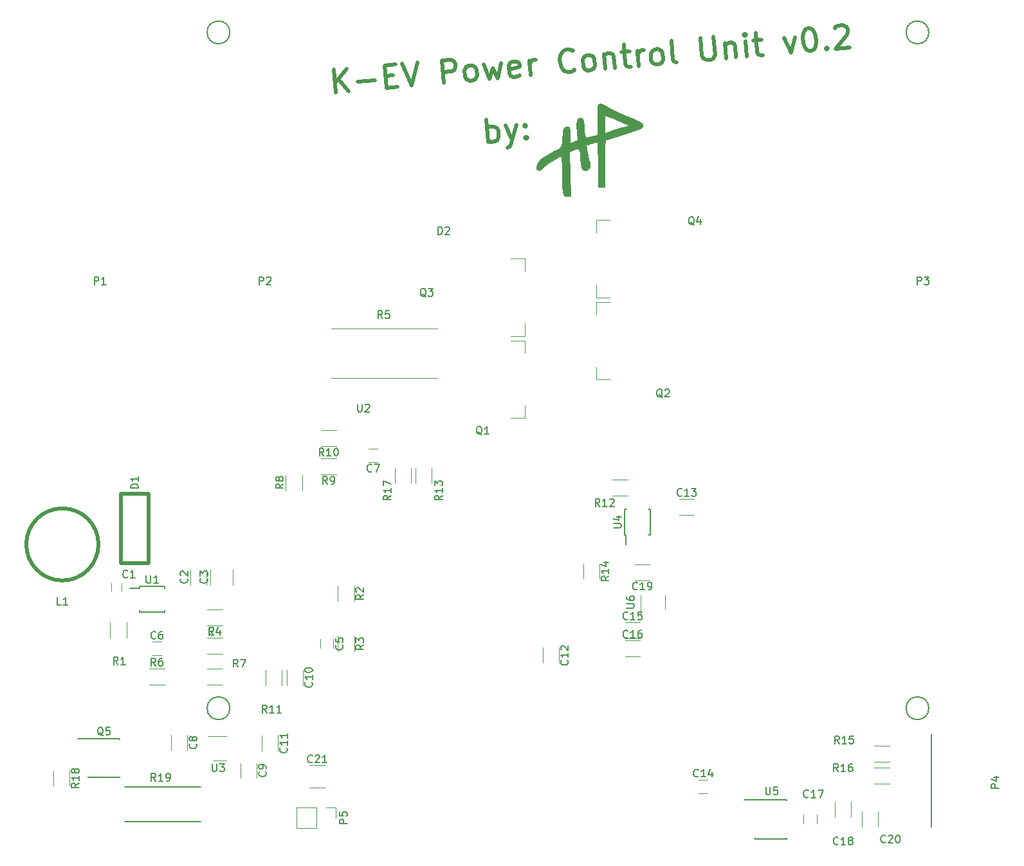
<source format=gto>
G04 #@! TF.FileFunction,Legend,Top*
%FSLAX46Y46*%
G04 Gerber Fmt 4.6, Leading zero omitted, Abs format (unit mm)*
G04 Created by KiCad (PCBNEW 4.0.4-stable) date 05/13/17 14:37:42*
%MOMM*%
%LPD*%
G01*
G04 APERTURE LIST*
%ADD10C,0.100000*%
%ADD11C,0.500000*%
%ADD12C,0.200000*%
%ADD13C,0.010000*%
%ADD14C,0.150000*%
%ADD15C,0.120000*%
G04 APERTURE END LIST*
D10*
D11*
X139762797Y-39603868D02*
X139501330Y-36615284D01*
X139600936Y-37753792D02*
X139873112Y-37586577D01*
X140442367Y-37536774D01*
X140739444Y-37654185D01*
X140894209Y-37784048D01*
X141061424Y-38056224D01*
X141136129Y-38910105D01*
X141018717Y-39207184D01*
X140888854Y-39361948D01*
X140616678Y-39529163D01*
X140047424Y-39578966D01*
X139750346Y-39461555D01*
X142007815Y-37399815D02*
X142893695Y-39329950D01*
X143430951Y-37275306D02*
X142893695Y-39329950D01*
X142671322Y-40066419D01*
X142541459Y-40221184D01*
X142269282Y-40388399D01*
X144718869Y-38883462D02*
X144873633Y-39013325D01*
X144743771Y-39168089D01*
X144589006Y-39038227D01*
X144718869Y-38883462D01*
X144743771Y-39168089D01*
X144581910Y-37318013D02*
X144736674Y-37447876D01*
X144606811Y-37602640D01*
X144452047Y-37472777D01*
X144581910Y-37318013D01*
X144606811Y-37602640D01*
X119700976Y-33065823D02*
X119439509Y-30077239D01*
X121408738Y-32916413D02*
X119978507Y-31320708D01*
X121147271Y-29927829D02*
X119588919Y-31785002D01*
X122589954Y-31665848D02*
X124866970Y-31466635D01*
X126252754Y-30915185D02*
X127248948Y-30828030D01*
X127812847Y-32356126D02*
X126389713Y-32480635D01*
X126128245Y-29492050D01*
X127551380Y-29367542D01*
X128405262Y-29292837D02*
X129662923Y-32194266D01*
X130397651Y-29118526D01*
X133932330Y-31820741D02*
X133670863Y-28832157D01*
X134809371Y-28732550D01*
X135106448Y-28849962D01*
X135261213Y-28979825D01*
X135428428Y-29252001D01*
X135465780Y-29678942D01*
X135348368Y-29976019D01*
X135218506Y-30130784D01*
X134946330Y-30297999D01*
X133807822Y-30397605D01*
X137347854Y-31521921D02*
X137050777Y-31404510D01*
X136896012Y-31274647D01*
X136728797Y-31002470D01*
X136654092Y-30148589D01*
X136771504Y-29851511D01*
X136901367Y-29696747D01*
X137173543Y-29529532D01*
X137600484Y-29492179D01*
X137897561Y-29609591D01*
X138052326Y-29739454D01*
X138219541Y-30011630D01*
X138294246Y-30865511D01*
X138176834Y-31162590D01*
X138046971Y-31317354D01*
X137774795Y-31484569D01*
X137347854Y-31521921D01*
X139165932Y-29355220D02*
X139909498Y-31297807D01*
X140354244Y-29824867D01*
X141048006Y-31198200D01*
X141442949Y-29156007D01*
X143881826Y-30806870D02*
X143609650Y-30974085D01*
X143040396Y-31023889D01*
X142743318Y-30906477D01*
X142576103Y-30634300D01*
X142476496Y-29495792D01*
X142593908Y-29198714D01*
X142866084Y-29031499D01*
X143435339Y-28981696D01*
X143732416Y-29099108D01*
X143899631Y-29371284D01*
X143924533Y-29655911D01*
X142526300Y-30065046D01*
X145317413Y-30824675D02*
X145143101Y-28832286D01*
X145192905Y-29401539D02*
X145310316Y-29104462D01*
X145440179Y-28949698D01*
X145712355Y-28782483D01*
X145996983Y-28757581D01*
X151127365Y-30029565D02*
X150997502Y-30184329D01*
X150583013Y-30363995D01*
X150298386Y-30388897D01*
X149858994Y-30283936D01*
X149549466Y-30024210D01*
X149382251Y-29752034D01*
X149190134Y-29195231D01*
X149152782Y-28768290D01*
X149245292Y-28186585D01*
X149362704Y-27889507D01*
X149622429Y-27579978D01*
X150036919Y-27400313D01*
X150321546Y-27375411D01*
X150760937Y-27480372D01*
X150915701Y-27610234D01*
X152860029Y-30164782D02*
X152562952Y-30047370D01*
X152408187Y-29917508D01*
X152240972Y-29645331D01*
X152166267Y-28791449D01*
X152283679Y-28494372D01*
X152413542Y-28339607D01*
X152685718Y-28172392D01*
X153112659Y-28135040D01*
X153409737Y-28252452D01*
X153564501Y-28382314D01*
X153731716Y-28654490D01*
X153806421Y-29508372D01*
X153689009Y-29805450D01*
X153559146Y-29960214D01*
X153286970Y-30127429D01*
X152860029Y-30164782D01*
X154962735Y-27973179D02*
X155137046Y-29965569D01*
X154987637Y-28257806D02*
X155117499Y-28103042D01*
X155389675Y-27935827D01*
X155816616Y-27898474D01*
X156113694Y-28015886D01*
X156280909Y-28288062D01*
X156417868Y-29853511D01*
X157239751Y-27773966D02*
X158378259Y-27674360D01*
X157579537Y-26740419D02*
X157803651Y-29302062D01*
X157970866Y-29574239D01*
X158267944Y-29691651D01*
X158552571Y-29666749D01*
X159548766Y-29579593D02*
X159374455Y-27587204D01*
X159424258Y-28156457D02*
X159541670Y-27859380D01*
X159671532Y-27704616D01*
X159943708Y-27537401D01*
X160228336Y-27512499D01*
X161825783Y-29380380D02*
X161528705Y-29262968D01*
X161373941Y-29133106D01*
X161206726Y-28860929D01*
X161132021Y-28007048D01*
X161249433Y-27709970D01*
X161379295Y-27555206D01*
X161651471Y-27387991D01*
X162078412Y-27350638D01*
X162375490Y-27468050D01*
X162530254Y-27597913D01*
X162697469Y-27870089D01*
X162772174Y-28723970D01*
X162654762Y-29021048D01*
X162524900Y-29175813D01*
X162252724Y-29343028D01*
X161825783Y-29380380D01*
X164529740Y-29143815D02*
X164232662Y-29026403D01*
X164065447Y-28754226D01*
X163841332Y-26192583D01*
X167683798Y-25856411D02*
X167895462Y-28275740D01*
X168062677Y-28547917D01*
X168217441Y-28677780D01*
X168514519Y-28795192D01*
X169083773Y-28745388D01*
X169355949Y-28578173D01*
X169485812Y-28423409D01*
X169603223Y-28126330D01*
X169391560Y-25707001D01*
X170901851Y-26578687D02*
X171076163Y-28571077D01*
X170926753Y-26863314D02*
X171056615Y-26708550D01*
X171328791Y-26541335D01*
X171755732Y-26503982D01*
X172052810Y-26621394D01*
X172220025Y-26893570D01*
X172356984Y-28459019D01*
X173780120Y-28334511D02*
X173605808Y-26342122D01*
X173518653Y-25345927D02*
X173388790Y-25500691D01*
X173543554Y-25630554D01*
X173673417Y-25475790D01*
X173518653Y-25345927D01*
X173543554Y-25630554D01*
X174602002Y-26254966D02*
X175740510Y-26155360D01*
X174941788Y-25221419D02*
X175165902Y-27783062D01*
X175333117Y-28055239D01*
X175630195Y-28172651D01*
X175914822Y-28147749D01*
X178729094Y-25893892D02*
X179614974Y-27824028D01*
X180152230Y-25769384D01*
X181772836Y-24623780D02*
X182057464Y-24598878D01*
X182354541Y-24716290D01*
X182509306Y-24846152D01*
X182676521Y-25118328D01*
X182868637Y-25675132D01*
X182930891Y-26386700D01*
X182838381Y-26968404D01*
X182720970Y-27265483D01*
X182591107Y-27420247D01*
X182318931Y-27587462D01*
X182034303Y-27612364D01*
X181737226Y-27494952D01*
X181582462Y-27365089D01*
X181415246Y-27092912D01*
X181223130Y-26536110D01*
X181160876Y-25824542D01*
X181253386Y-25242836D01*
X181370798Y-24945759D01*
X181500660Y-24790995D01*
X181772836Y-24623780D01*
X184286419Y-27128524D02*
X184441183Y-27258386D01*
X184311320Y-27413150D01*
X184156556Y-27283288D01*
X184286419Y-27128524D01*
X184311320Y-27413150D01*
X185355576Y-24597136D02*
X185485439Y-24442372D01*
X185757615Y-24275157D01*
X186469183Y-24212902D01*
X186766260Y-24330314D01*
X186921025Y-24460177D01*
X187088240Y-24732353D01*
X187113141Y-25016981D01*
X187008180Y-25456372D01*
X185449828Y-27313544D01*
X187299904Y-27151683D01*
D12*
X105741000Y-114159000D02*
G75*
G03X105741000Y-114159000I-1500000J0D01*
G01*
X197741000Y-114159000D02*
G75*
G03X197741000Y-114159000I-1500000J0D01*
G01*
X197741000Y-25159000D02*
G75*
G03X197741000Y-25159000I-1500000J0D01*
G01*
X105741000Y-25159000D02*
G75*
G03X105741000Y-25159000I-1500000J0D01*
G01*
D13*
G36*
X154750610Y-34580508D02*
X155199077Y-34842049D01*
X155403951Y-34976087D01*
X155835499Y-35219682D01*
X156492411Y-35540264D01*
X157283261Y-35895077D01*
X158067321Y-36221696D01*
X158938069Y-36581946D01*
X159531732Y-36860004D01*
X159892552Y-37080658D01*
X160064773Y-37268693D01*
X160093802Y-37356988D01*
X160053670Y-37606469D01*
X159800220Y-37808958D01*
X159416468Y-37971705D01*
X158790762Y-38193249D01*
X158049634Y-38441286D01*
X157268459Y-38692394D01*
X156522609Y-38923153D01*
X155887458Y-39110141D01*
X155438378Y-39229937D01*
X155265197Y-39261667D01*
X155184901Y-39333940D01*
X155125643Y-39575394D01*
X155084845Y-40022982D01*
X155059930Y-40713658D01*
X155048320Y-41684374D01*
X155046667Y-42394334D01*
X155046667Y-45527000D01*
X154200000Y-45527000D01*
X154200000Y-42563667D01*
X154194193Y-41604388D01*
X154178080Y-40774557D01*
X154153626Y-40128363D01*
X154122792Y-39719996D01*
X154092646Y-39600334D01*
X153876394Y-39644964D01*
X153466994Y-39756428D01*
X153315067Y-39801138D01*
X152644842Y-40001942D01*
X152761407Y-40944138D01*
X152854749Y-41502697D01*
X152970465Y-41934233D01*
X153045964Y-42091064D01*
X153131645Y-42390390D01*
X153100857Y-42810731D01*
X152950310Y-43191221D01*
X152675796Y-43321847D01*
X152587873Y-43325667D01*
X152322924Y-43303658D01*
X152148126Y-43195541D01*
X152035766Y-42938183D01*
X151958134Y-42468449D01*
X151888234Y-41731684D01*
X151814212Y-41033802D01*
X151708959Y-40628145D01*
X151529759Y-40468468D01*
X151233891Y-40508525D01*
X150889856Y-40650855D01*
X150442442Y-40854710D01*
X150500888Y-43783594D01*
X150559334Y-46712477D01*
X150116683Y-46712405D01*
X149840852Y-46676392D01*
X149687611Y-46509465D01*
X149594970Y-46123119D01*
X149566350Y-45926699D01*
X149520791Y-45420548D01*
X149484778Y-44689772D01*
X149462988Y-43848380D01*
X149458667Y-43302033D01*
X149450916Y-42558678D01*
X149429915Y-41959363D01*
X149399041Y-41572875D01*
X149368371Y-41463000D01*
X149073750Y-41555524D01*
X148609472Y-41792693D01*
X148075261Y-42113900D01*
X147570843Y-42458541D01*
X147195944Y-42766008D01*
X147153235Y-42809193D01*
X146693798Y-43203608D01*
X146341254Y-43320622D01*
X146125696Y-43159211D01*
X146072000Y-42846007D01*
X146235047Y-42365151D01*
X146725939Y-41841733D01*
X147547298Y-41273459D01*
X148407806Y-40803264D01*
X148963971Y-40509265D01*
X149279546Y-40286023D01*
X149421845Y-40063263D01*
X149458184Y-39770711D01*
X149458667Y-39706197D01*
X149482882Y-39172573D01*
X149543272Y-38535527D01*
X149566350Y-38353968D01*
X149655361Y-37869953D01*
X149784711Y-37637468D01*
X150010505Y-37569744D01*
X150074350Y-37568334D01*
X150290399Y-37590937D01*
X150410392Y-37709815D01*
X150462415Y-38001567D01*
X150474550Y-38542793D01*
X150474667Y-38660192D01*
X150474667Y-39752050D01*
X151529817Y-39384222D01*
X151415047Y-38219495D01*
X151361730Y-37360505D01*
X151407328Y-36791950D01*
X151559783Y-36478049D01*
X151822628Y-36383000D01*
X152104082Y-36480107D01*
X152268702Y-36802218D01*
X152335721Y-37395519D01*
X152339646Y-37624516D01*
X152364227Y-38167214D01*
X152422143Y-38619053D01*
X152438526Y-38690163D01*
X152520809Y-38900148D01*
X152679205Y-38972654D01*
X153009998Y-38924680D01*
X153325214Y-38846696D01*
X154115334Y-38643400D01*
X154107156Y-37203451D01*
X155046667Y-37203451D01*
X155046667Y-38398801D01*
X155851000Y-38143953D01*
X156537042Y-37927409D01*
X157275368Y-37695533D01*
X157484422Y-37630141D01*
X158313511Y-37371177D01*
X156891755Y-36779948D01*
X156236647Y-36507284D01*
X155689158Y-36278970D01*
X155333185Y-36130011D01*
X155258334Y-36098410D01*
X155141968Y-36140602D01*
X155074667Y-36419142D01*
X155048002Y-36978030D01*
X155046667Y-37203451D01*
X154107156Y-37203451D01*
X154103625Y-36581867D01*
X154107092Y-35633217D01*
X154147489Y-34990907D01*
X154250851Y-34622786D01*
X154443212Y-34496704D01*
X154750610Y-34580508D01*
X154750610Y-34580508D01*
G37*
X154750610Y-34580508D02*
X155199077Y-34842049D01*
X155403951Y-34976087D01*
X155835499Y-35219682D01*
X156492411Y-35540264D01*
X157283261Y-35895077D01*
X158067321Y-36221696D01*
X158938069Y-36581946D01*
X159531732Y-36860004D01*
X159892552Y-37080658D01*
X160064773Y-37268693D01*
X160093802Y-37356988D01*
X160053670Y-37606469D01*
X159800220Y-37808958D01*
X159416468Y-37971705D01*
X158790762Y-38193249D01*
X158049634Y-38441286D01*
X157268459Y-38692394D01*
X156522609Y-38923153D01*
X155887458Y-39110141D01*
X155438378Y-39229937D01*
X155265197Y-39261667D01*
X155184901Y-39333940D01*
X155125643Y-39575394D01*
X155084845Y-40022982D01*
X155059930Y-40713658D01*
X155048320Y-41684374D01*
X155046667Y-42394334D01*
X155046667Y-45527000D01*
X154200000Y-45527000D01*
X154200000Y-42563667D01*
X154194193Y-41604388D01*
X154178080Y-40774557D01*
X154153626Y-40128363D01*
X154122792Y-39719996D01*
X154092646Y-39600334D01*
X153876394Y-39644964D01*
X153466994Y-39756428D01*
X153315067Y-39801138D01*
X152644842Y-40001942D01*
X152761407Y-40944138D01*
X152854749Y-41502697D01*
X152970465Y-41934233D01*
X153045964Y-42091064D01*
X153131645Y-42390390D01*
X153100857Y-42810731D01*
X152950310Y-43191221D01*
X152675796Y-43321847D01*
X152587873Y-43325667D01*
X152322924Y-43303658D01*
X152148126Y-43195541D01*
X152035766Y-42938183D01*
X151958134Y-42468449D01*
X151888234Y-41731684D01*
X151814212Y-41033802D01*
X151708959Y-40628145D01*
X151529759Y-40468468D01*
X151233891Y-40508525D01*
X150889856Y-40650855D01*
X150442442Y-40854710D01*
X150500888Y-43783594D01*
X150559334Y-46712477D01*
X150116683Y-46712405D01*
X149840852Y-46676392D01*
X149687611Y-46509465D01*
X149594970Y-46123119D01*
X149566350Y-45926699D01*
X149520791Y-45420548D01*
X149484778Y-44689772D01*
X149462988Y-43848380D01*
X149458667Y-43302033D01*
X149450916Y-42558678D01*
X149429915Y-41959363D01*
X149399041Y-41572875D01*
X149368371Y-41463000D01*
X149073750Y-41555524D01*
X148609472Y-41792693D01*
X148075261Y-42113900D01*
X147570843Y-42458541D01*
X147195944Y-42766008D01*
X147153235Y-42809193D01*
X146693798Y-43203608D01*
X146341254Y-43320622D01*
X146125696Y-43159211D01*
X146072000Y-42846007D01*
X146235047Y-42365151D01*
X146725939Y-41841733D01*
X147547298Y-41273459D01*
X148407806Y-40803264D01*
X148963971Y-40509265D01*
X149279546Y-40286023D01*
X149421845Y-40063263D01*
X149458184Y-39770711D01*
X149458667Y-39706197D01*
X149482882Y-39172573D01*
X149543272Y-38535527D01*
X149566350Y-38353968D01*
X149655361Y-37869953D01*
X149784711Y-37637468D01*
X150010505Y-37569744D01*
X150074350Y-37568334D01*
X150290399Y-37590937D01*
X150410392Y-37709815D01*
X150462415Y-38001567D01*
X150474550Y-38542793D01*
X150474667Y-38660192D01*
X150474667Y-39752050D01*
X151529817Y-39384222D01*
X151415047Y-38219495D01*
X151361730Y-37360505D01*
X151407328Y-36791950D01*
X151559783Y-36478049D01*
X151822628Y-36383000D01*
X152104082Y-36480107D01*
X152268702Y-36802218D01*
X152335721Y-37395519D01*
X152339646Y-37624516D01*
X152364227Y-38167214D01*
X152422143Y-38619053D01*
X152438526Y-38690163D01*
X152520809Y-38900148D01*
X152679205Y-38972654D01*
X153009998Y-38924680D01*
X153325214Y-38846696D01*
X154115334Y-38643400D01*
X154107156Y-37203451D01*
X155046667Y-37203451D01*
X155046667Y-38398801D01*
X155851000Y-38143953D01*
X156537042Y-37927409D01*
X157275368Y-37695533D01*
X157484422Y-37630141D01*
X158313511Y-37371177D01*
X156891755Y-36779948D01*
X156236647Y-36507284D01*
X155689158Y-36278970D01*
X155333185Y-36130011D01*
X155258334Y-36098410D01*
X155141968Y-36140602D01*
X155074667Y-36419142D01*
X155048002Y-36978030D01*
X155046667Y-37203451D01*
X154107156Y-37203451D01*
X154103625Y-36581867D01*
X154107092Y-35633217D01*
X154147489Y-34990907D01*
X154250851Y-34622786D01*
X154443212Y-34496704D01*
X154750610Y-34580508D01*
D14*
X157710000Y-91337000D02*
X157885000Y-91337000D01*
X157710000Y-87987000D02*
X157960000Y-87987000D01*
X161060000Y-87987000D02*
X160810000Y-87987000D01*
X161060000Y-91337000D02*
X160810000Y-91337000D01*
X157710000Y-91337000D02*
X157710000Y-87987000D01*
X161060000Y-91337000D02*
X161060000Y-87987000D01*
X157885000Y-91337000D02*
X157885000Y-92587000D01*
X87101000Y-118136000D02*
X87101000Y-118186000D01*
X91251000Y-118136000D02*
X91251000Y-118281000D01*
X91251000Y-123286000D02*
X91251000Y-123141000D01*
X87101000Y-123286000D02*
X87101000Y-123141000D01*
X87101000Y-118136000D02*
X91251000Y-118136000D01*
X87101000Y-123286000D02*
X91251000Y-123286000D01*
X87101000Y-118186000D02*
X85701000Y-118186000D01*
D15*
X133060000Y-64187000D02*
X119060000Y-64187000D01*
X133060000Y-70687000D02*
X119060000Y-70687000D01*
D12*
X198071000Y-129798000D02*
X198071000Y-117598000D01*
D14*
X93829000Y-98147000D02*
X93829000Y-98322000D01*
X97179000Y-98147000D02*
X97179000Y-98397000D01*
X97179000Y-101497000D02*
X97179000Y-101247000D01*
X93829000Y-101497000D02*
X93829000Y-101247000D01*
X93829000Y-98147000D02*
X97179000Y-98147000D01*
X93829000Y-101497000D02*
X97179000Y-101497000D01*
X93829000Y-98322000D02*
X92579000Y-98322000D01*
D15*
X90125000Y-98671000D02*
X90125000Y-97671000D01*
X91485000Y-97671000D02*
X91485000Y-98671000D01*
D11*
X95018000Y-85883000D02*
X91418000Y-85883000D01*
X91418000Y-85983000D02*
X91418000Y-95083000D01*
X91418000Y-95083000D02*
X95018000Y-95083000D01*
X95018000Y-95083000D02*
X95018000Y-85983000D01*
X88443000Y-92583000D02*
G75*
G03X88443000Y-92583000I-4750000J0D01*
G01*
D15*
X89989000Y-104886000D02*
X89989000Y-102886000D01*
X92129000Y-102886000D02*
X92129000Y-104886000D01*
X119961000Y-100060000D02*
X119961000Y-98060000D01*
X122101000Y-98060000D02*
X122101000Y-100060000D01*
X119961000Y-106664000D02*
X119961000Y-104664000D01*
X122101000Y-104664000D02*
X122101000Y-106664000D01*
X102759000Y-101165000D02*
X104759000Y-101165000D01*
X104759000Y-103305000D02*
X102759000Y-103305000D01*
X97139000Y-111052000D02*
X95139000Y-111052000D01*
X95139000Y-108912000D02*
X97139000Y-108912000D01*
X104759000Y-111052000D02*
X102759000Y-111052000D01*
X102759000Y-108912000D02*
X104759000Y-108912000D01*
X115243000Y-83455000D02*
X115243000Y-85455000D01*
X113103000Y-85455000D02*
X113103000Y-83455000D01*
X119745000Y-83366000D02*
X117745000Y-83366000D01*
X117745000Y-81226000D02*
X119745000Y-81226000D01*
X117745000Y-77543000D02*
X119745000Y-77543000D01*
X119745000Y-79683000D02*
X117745000Y-79683000D01*
X110436000Y-111109000D02*
X110436000Y-109109000D01*
X112576000Y-109109000D02*
X112576000Y-111109000D01*
X156099000Y-84020000D02*
X158099000Y-84020000D01*
X158099000Y-86160000D02*
X156099000Y-86160000D01*
X130180000Y-84500000D02*
X130180000Y-82500000D01*
X132320000Y-82500000D02*
X132320000Y-84500000D01*
X152241000Y-97133000D02*
X152241000Y-95133000D01*
X154381000Y-95133000D02*
X154381000Y-97133000D01*
X192538000Y-121206000D02*
X190538000Y-121206000D01*
X190538000Y-119066000D02*
X192538000Y-119066000D01*
X190538000Y-121987000D02*
X192538000Y-121987000D01*
X192538000Y-124127000D02*
X190538000Y-124127000D01*
X103516000Y-121051000D02*
X105316000Y-121051000D01*
X105316000Y-117831000D02*
X102866000Y-117831000D01*
D14*
X174858000Y-126197000D02*
X174858000Y-126247000D01*
X179008000Y-126197000D02*
X179008000Y-126342000D01*
X179008000Y-131347000D02*
X179008000Y-131202000D01*
X174858000Y-131347000D02*
X174858000Y-131202000D01*
X174858000Y-126197000D02*
X179008000Y-126197000D01*
X174858000Y-131347000D02*
X179008000Y-131347000D01*
X174858000Y-126247000D02*
X173458000Y-126247000D01*
D15*
X127430000Y-84500000D02*
X127430000Y-82500000D01*
X129570000Y-82500000D02*
X129570000Y-84500000D01*
X163027000Y-101103000D02*
X163027000Y-99303000D01*
X159807000Y-99303000D02*
X159807000Y-101753000D01*
X102670000Y-95901000D02*
X102670000Y-97901000D01*
X100530000Y-97901000D02*
X100530000Y-95901000D01*
X106128000Y-95901000D02*
X106128000Y-97901000D01*
X103168000Y-97901000D02*
X103168000Y-95901000D01*
X104759000Y-106988000D02*
X102759000Y-106988000D01*
X102759000Y-104848000D02*
X104759000Y-104848000D01*
X117611000Y-106264000D02*
X117611000Y-105064000D01*
X119371000Y-105064000D02*
X119371000Y-106264000D01*
X96739000Y-107179000D02*
X95539000Y-107179000D01*
X95539000Y-105419000D02*
X96739000Y-105419000D01*
X123987000Y-80019000D02*
X125187000Y-80019000D01*
X125187000Y-81779000D02*
X123987000Y-81779000D01*
X98012000Y-119679000D02*
X98012000Y-117679000D01*
X100152000Y-117679000D02*
X100152000Y-119679000D01*
X107156000Y-123362000D02*
X107156000Y-121362000D01*
X109296000Y-121362000D02*
X109296000Y-123362000D01*
X113230000Y-111109000D02*
X113230000Y-109109000D01*
X115370000Y-109109000D02*
X115370000Y-111109000D01*
X109928000Y-119745000D02*
X109928000Y-117745000D01*
X112068000Y-117745000D02*
X112068000Y-119745000D01*
X146907000Y-108182000D02*
X146907000Y-106182000D01*
X149047000Y-106182000D02*
X149047000Y-108182000D01*
X166862000Y-88700000D02*
X164862000Y-88700000D01*
X164862000Y-86560000D02*
X166862000Y-86560000D01*
X168643000Y-125334000D02*
X167443000Y-125334000D01*
X167443000Y-123574000D02*
X168643000Y-123574000D01*
X159750000Y-104956000D02*
X157750000Y-104956000D01*
X157750000Y-102816000D02*
X159750000Y-102816000D01*
X159750000Y-107369000D02*
X157750000Y-107369000D01*
X157750000Y-105229000D02*
X159750000Y-105229000D01*
X183020000Y-128172000D02*
X183020000Y-129372000D01*
X181260000Y-129372000D02*
X181260000Y-128172000D01*
X185388000Y-128502000D02*
X185388000Y-126502000D01*
X187528000Y-126502000D02*
X187528000Y-128502000D01*
X159020000Y-95196000D02*
X161020000Y-95196000D01*
X161020000Y-97336000D02*
X159020000Y-97336000D01*
X188944000Y-129772000D02*
X188944000Y-127772000D01*
X191084000Y-127772000D02*
X191084000Y-129772000D01*
X144539000Y-67410000D02*
X144539000Y-65760000D01*
X144539000Y-65760000D02*
X142739000Y-65760000D01*
X142739000Y-75960000D02*
X144539000Y-75960000D01*
X144539000Y-75960000D02*
X144539000Y-74310000D01*
X153955000Y-69230000D02*
X153955000Y-70880000D01*
X153955000Y-70880000D02*
X155755000Y-70880000D01*
X155755000Y-60680000D02*
X153955000Y-60680000D01*
X153955000Y-60680000D02*
X153955000Y-62330000D01*
X144539000Y-56615000D02*
X144539000Y-54965000D01*
X144539000Y-54965000D02*
X142739000Y-54965000D01*
X142739000Y-65165000D02*
X144539000Y-65165000D01*
X144539000Y-65165000D02*
X144539000Y-63515000D01*
X153955000Y-58435000D02*
X153955000Y-60085000D01*
X153955000Y-60085000D02*
X155755000Y-60085000D01*
X155755000Y-49885000D02*
X153955000Y-49885000D01*
X153955000Y-49885000D02*
X153955000Y-51535000D01*
X118243000Y-121644000D02*
X116243000Y-121644000D01*
X116243000Y-124604000D02*
X118243000Y-124604000D01*
X82518000Y-124378000D02*
X82518000Y-122378000D01*
X84658000Y-122378000D02*
X84658000Y-124378000D01*
D12*
X91876000Y-124557000D02*
X101876000Y-124557000D01*
X101876000Y-129057000D02*
X91876000Y-129057000D01*
D15*
X117116000Y-127255000D02*
X114516000Y-127255000D01*
X114516000Y-127255000D02*
X114516000Y-129915000D01*
X114516000Y-129915000D02*
X117116000Y-129915000D01*
X117116000Y-129915000D02*
X117116000Y-127255000D01*
X118386000Y-127255000D02*
X119716000Y-127255000D01*
X119716000Y-127255000D02*
X119716000Y-128585000D01*
D14*
X156237381Y-90423905D02*
X157046905Y-90423905D01*
X157142143Y-90376286D01*
X157189762Y-90328667D01*
X157237381Y-90233429D01*
X157237381Y-90042952D01*
X157189762Y-89947714D01*
X157142143Y-89900095D01*
X157046905Y-89852476D01*
X156237381Y-89852476D01*
X156570714Y-88947714D02*
X157237381Y-88947714D01*
X156189762Y-89185810D02*
X156904048Y-89423905D01*
X156904048Y-88804857D01*
X89080762Y-117758619D02*
X88985524Y-117711000D01*
X88890286Y-117615762D01*
X88747429Y-117472905D01*
X88652190Y-117425286D01*
X88556952Y-117425286D01*
X88604571Y-117663381D02*
X88509333Y-117615762D01*
X88414095Y-117520524D01*
X88366476Y-117330048D01*
X88366476Y-116996714D01*
X88414095Y-116806238D01*
X88509333Y-116711000D01*
X88604571Y-116663381D01*
X88795048Y-116663381D01*
X88890286Y-116711000D01*
X88985524Y-116806238D01*
X89033143Y-116996714D01*
X89033143Y-117330048D01*
X88985524Y-117520524D01*
X88890286Y-117615762D01*
X88795048Y-117663381D01*
X88604571Y-117663381D01*
X89937905Y-116663381D02*
X89461714Y-116663381D01*
X89414095Y-117139571D01*
X89461714Y-117091952D01*
X89556952Y-117044333D01*
X89795048Y-117044333D01*
X89890286Y-117091952D01*
X89937905Y-117139571D01*
X89985524Y-117234810D01*
X89985524Y-117472905D01*
X89937905Y-117568143D01*
X89890286Y-117615762D01*
X89795048Y-117663381D01*
X89556952Y-117663381D01*
X89461714Y-117615762D01*
X89414095Y-117568143D01*
X125817334Y-62809381D02*
X125484000Y-62333190D01*
X125245905Y-62809381D02*
X125245905Y-61809381D01*
X125626858Y-61809381D01*
X125722096Y-61857000D01*
X125769715Y-61904619D01*
X125817334Y-61999857D01*
X125817334Y-62142714D01*
X125769715Y-62237952D01*
X125722096Y-62285571D01*
X125626858Y-62333190D01*
X125245905Y-62333190D01*
X126722096Y-61809381D02*
X126245905Y-61809381D01*
X126198286Y-62285571D01*
X126245905Y-62237952D01*
X126341143Y-62190333D01*
X126579239Y-62190333D01*
X126674477Y-62237952D01*
X126722096Y-62285571D01*
X126769715Y-62380810D01*
X126769715Y-62618905D01*
X126722096Y-62714143D01*
X126674477Y-62761762D01*
X126579239Y-62809381D01*
X126341143Y-62809381D01*
X126245905Y-62761762D01*
X126198286Y-62714143D01*
X206973381Y-124686095D02*
X205973381Y-124686095D01*
X205973381Y-124305142D01*
X206021000Y-124209904D01*
X206068619Y-124162285D01*
X206163857Y-124114666D01*
X206306714Y-124114666D01*
X206401952Y-124162285D01*
X206449571Y-124209904D01*
X206497190Y-124305142D01*
X206497190Y-124686095D01*
X206306714Y-123257523D02*
X206973381Y-123257523D01*
X205925762Y-123495619D02*
X206640048Y-123733714D01*
X206640048Y-123114666D01*
X94742095Y-96674381D02*
X94742095Y-97483905D01*
X94789714Y-97579143D01*
X94837333Y-97626762D01*
X94932571Y-97674381D01*
X95123048Y-97674381D01*
X95218286Y-97626762D01*
X95265905Y-97579143D01*
X95313524Y-97483905D01*
X95313524Y-96674381D01*
X96313524Y-97674381D02*
X95742095Y-97674381D01*
X96027809Y-97674381D02*
X96027809Y-96674381D01*
X95932571Y-96817238D01*
X95837333Y-96912476D01*
X95742095Y-96960095D01*
X92289334Y-96877143D02*
X92241715Y-96924762D01*
X92098858Y-96972381D01*
X92003620Y-96972381D01*
X91860762Y-96924762D01*
X91765524Y-96829524D01*
X91717905Y-96734286D01*
X91670286Y-96543810D01*
X91670286Y-96400952D01*
X91717905Y-96210476D01*
X91765524Y-96115238D01*
X91860762Y-96020000D01*
X92003620Y-95972381D01*
X92098858Y-95972381D01*
X92241715Y-96020000D01*
X92289334Y-96067619D01*
X93241715Y-96972381D02*
X92670286Y-96972381D01*
X92956000Y-96972381D02*
X92956000Y-95972381D01*
X92860762Y-96115238D01*
X92765524Y-96210476D01*
X92670286Y-96258095D01*
X93670381Y-85193095D02*
X92670381Y-85193095D01*
X92670381Y-84955000D01*
X92718000Y-84812142D01*
X92813238Y-84716904D01*
X92908476Y-84669285D01*
X93098952Y-84621666D01*
X93241810Y-84621666D01*
X93432286Y-84669285D01*
X93527524Y-84716904D01*
X93622762Y-84812142D01*
X93670381Y-84955000D01*
X93670381Y-85193095D01*
X93670381Y-83669285D02*
X93670381Y-84240714D01*
X93670381Y-83955000D02*
X92670381Y-83955000D01*
X92813238Y-84050238D01*
X92908476Y-84145476D01*
X92956095Y-84240714D01*
X133141905Y-51754381D02*
X133141905Y-50754381D01*
X133380000Y-50754381D01*
X133522858Y-50802000D01*
X133618096Y-50897238D01*
X133665715Y-50992476D01*
X133713334Y-51182952D01*
X133713334Y-51325810D01*
X133665715Y-51516286D01*
X133618096Y-51611524D01*
X133522858Y-51706762D01*
X133380000Y-51754381D01*
X133141905Y-51754381D01*
X134094286Y-50849619D02*
X134141905Y-50802000D01*
X134237143Y-50754381D01*
X134475239Y-50754381D01*
X134570477Y-50802000D01*
X134618096Y-50849619D01*
X134665715Y-50944857D01*
X134665715Y-51040095D01*
X134618096Y-51182952D01*
X134046667Y-51754381D01*
X134665715Y-51754381D01*
X83526334Y-100535381D02*
X83050143Y-100535381D01*
X83050143Y-99535381D01*
X84383477Y-100535381D02*
X83812048Y-100535381D01*
X84097762Y-100535381D02*
X84097762Y-99535381D01*
X84002524Y-99678238D01*
X83907286Y-99773476D01*
X83812048Y-99821095D01*
X87907905Y-58362381D02*
X87907905Y-57362381D01*
X88288858Y-57362381D01*
X88384096Y-57410000D01*
X88431715Y-57457619D01*
X88479334Y-57552857D01*
X88479334Y-57695714D01*
X88431715Y-57790952D01*
X88384096Y-57838571D01*
X88288858Y-57886190D01*
X87907905Y-57886190D01*
X89431715Y-58362381D02*
X88860286Y-58362381D01*
X89146000Y-58362381D02*
X89146000Y-57362381D01*
X89050762Y-57505238D01*
X88955524Y-57600476D01*
X88860286Y-57648095D01*
X109624905Y-58362381D02*
X109624905Y-57362381D01*
X110005858Y-57362381D01*
X110101096Y-57410000D01*
X110148715Y-57457619D01*
X110196334Y-57552857D01*
X110196334Y-57695714D01*
X110148715Y-57790952D01*
X110101096Y-57838571D01*
X110005858Y-57886190D01*
X109624905Y-57886190D01*
X110577286Y-57457619D02*
X110624905Y-57410000D01*
X110720143Y-57362381D01*
X110958239Y-57362381D01*
X111053477Y-57410000D01*
X111101096Y-57457619D01*
X111148715Y-57552857D01*
X111148715Y-57648095D01*
X111101096Y-57790952D01*
X110529667Y-58362381D01*
X111148715Y-58362381D01*
X196238905Y-58362381D02*
X196238905Y-57362381D01*
X196619858Y-57362381D01*
X196715096Y-57410000D01*
X196762715Y-57457619D01*
X196810334Y-57552857D01*
X196810334Y-57695714D01*
X196762715Y-57790952D01*
X196715096Y-57838571D01*
X196619858Y-57886190D01*
X196238905Y-57886190D01*
X197143667Y-57362381D02*
X197762715Y-57362381D01*
X197429381Y-57743333D01*
X197572239Y-57743333D01*
X197667477Y-57790952D01*
X197715096Y-57838571D01*
X197762715Y-57933810D01*
X197762715Y-58171905D01*
X197715096Y-58267143D01*
X197667477Y-58314762D01*
X197572239Y-58362381D01*
X197286524Y-58362381D01*
X197191286Y-58314762D01*
X197143667Y-58267143D01*
X91019334Y-108402381D02*
X90686000Y-107926190D01*
X90447905Y-108402381D02*
X90447905Y-107402381D01*
X90828858Y-107402381D01*
X90924096Y-107450000D01*
X90971715Y-107497619D01*
X91019334Y-107592857D01*
X91019334Y-107735714D01*
X90971715Y-107830952D01*
X90924096Y-107878571D01*
X90828858Y-107926190D01*
X90447905Y-107926190D01*
X91971715Y-108402381D02*
X91400286Y-108402381D01*
X91686000Y-108402381D02*
X91686000Y-107402381D01*
X91590762Y-107545238D01*
X91495524Y-107640476D01*
X91400286Y-107688095D01*
X123333381Y-99226666D02*
X122857190Y-99560000D01*
X123333381Y-99798095D02*
X122333381Y-99798095D01*
X122333381Y-99417142D01*
X122381000Y-99321904D01*
X122428619Y-99274285D01*
X122523857Y-99226666D01*
X122666714Y-99226666D01*
X122761952Y-99274285D01*
X122809571Y-99321904D01*
X122857190Y-99417142D01*
X122857190Y-99798095D01*
X122428619Y-98845714D02*
X122381000Y-98798095D01*
X122333381Y-98702857D01*
X122333381Y-98464761D01*
X122381000Y-98369523D01*
X122428619Y-98321904D01*
X122523857Y-98274285D01*
X122619095Y-98274285D01*
X122761952Y-98321904D01*
X123333381Y-98893333D01*
X123333381Y-98274285D01*
X123333381Y-105830666D02*
X122857190Y-106164000D01*
X123333381Y-106402095D02*
X122333381Y-106402095D01*
X122333381Y-106021142D01*
X122381000Y-105925904D01*
X122428619Y-105878285D01*
X122523857Y-105830666D01*
X122666714Y-105830666D01*
X122761952Y-105878285D01*
X122809571Y-105925904D01*
X122857190Y-106021142D01*
X122857190Y-106402095D01*
X122333381Y-105497333D02*
X122333381Y-104878285D01*
X122714333Y-105211619D01*
X122714333Y-105068761D01*
X122761952Y-104973523D01*
X122809571Y-104925904D01*
X122904810Y-104878285D01*
X123142905Y-104878285D01*
X123238143Y-104925904D01*
X123285762Y-104973523D01*
X123333381Y-105068761D01*
X123333381Y-105354476D01*
X123285762Y-105449714D01*
X123238143Y-105497333D01*
X103592334Y-104537381D02*
X103259000Y-104061190D01*
X103020905Y-104537381D02*
X103020905Y-103537381D01*
X103401858Y-103537381D01*
X103497096Y-103585000D01*
X103544715Y-103632619D01*
X103592334Y-103727857D01*
X103592334Y-103870714D01*
X103544715Y-103965952D01*
X103497096Y-104013571D01*
X103401858Y-104061190D01*
X103020905Y-104061190D01*
X104449477Y-103870714D02*
X104449477Y-104537381D01*
X104211381Y-103489762D02*
X103973286Y-104204048D01*
X104592334Y-104204048D01*
X95972334Y-108584381D02*
X95639000Y-108108190D01*
X95400905Y-108584381D02*
X95400905Y-107584381D01*
X95781858Y-107584381D01*
X95877096Y-107632000D01*
X95924715Y-107679619D01*
X95972334Y-107774857D01*
X95972334Y-107917714D01*
X95924715Y-108012952D01*
X95877096Y-108060571D01*
X95781858Y-108108190D01*
X95400905Y-108108190D01*
X96829477Y-107584381D02*
X96639000Y-107584381D01*
X96543762Y-107632000D01*
X96496143Y-107679619D01*
X96400905Y-107822476D01*
X96353286Y-108012952D01*
X96353286Y-108393905D01*
X96400905Y-108489143D01*
X96448524Y-108536762D01*
X96543762Y-108584381D01*
X96734239Y-108584381D01*
X96829477Y-108536762D01*
X96877096Y-108489143D01*
X96924715Y-108393905D01*
X96924715Y-108155810D01*
X96877096Y-108060571D01*
X96829477Y-108012952D01*
X96734239Y-107965333D01*
X96543762Y-107965333D01*
X96448524Y-108012952D01*
X96400905Y-108060571D01*
X96353286Y-108155810D01*
X106789334Y-108717381D02*
X106456000Y-108241190D01*
X106217905Y-108717381D02*
X106217905Y-107717381D01*
X106598858Y-107717381D01*
X106694096Y-107765000D01*
X106741715Y-107812619D01*
X106789334Y-107907857D01*
X106789334Y-108050714D01*
X106741715Y-108145952D01*
X106694096Y-108193571D01*
X106598858Y-108241190D01*
X106217905Y-108241190D01*
X107122667Y-107717381D02*
X107789334Y-107717381D01*
X107360762Y-108717381D01*
X112775381Y-84621666D02*
X112299190Y-84955000D01*
X112775381Y-85193095D02*
X111775381Y-85193095D01*
X111775381Y-84812142D01*
X111823000Y-84716904D01*
X111870619Y-84669285D01*
X111965857Y-84621666D01*
X112108714Y-84621666D01*
X112203952Y-84669285D01*
X112251571Y-84716904D01*
X112299190Y-84812142D01*
X112299190Y-85193095D01*
X112203952Y-84050238D02*
X112156333Y-84145476D01*
X112108714Y-84193095D01*
X112013476Y-84240714D01*
X111965857Y-84240714D01*
X111870619Y-84193095D01*
X111823000Y-84145476D01*
X111775381Y-84050238D01*
X111775381Y-83859761D01*
X111823000Y-83764523D01*
X111870619Y-83716904D01*
X111965857Y-83669285D01*
X112013476Y-83669285D01*
X112108714Y-83716904D01*
X112156333Y-83764523D01*
X112203952Y-83859761D01*
X112203952Y-84050238D01*
X112251571Y-84145476D01*
X112299190Y-84193095D01*
X112394429Y-84240714D01*
X112584905Y-84240714D01*
X112680143Y-84193095D01*
X112727762Y-84145476D01*
X112775381Y-84050238D01*
X112775381Y-83859761D01*
X112727762Y-83764523D01*
X112680143Y-83716904D01*
X112584905Y-83669285D01*
X112394429Y-83669285D01*
X112299190Y-83716904D01*
X112251571Y-83764523D01*
X112203952Y-83859761D01*
X118578334Y-84653381D02*
X118245000Y-84177190D01*
X118006905Y-84653381D02*
X118006905Y-83653381D01*
X118387858Y-83653381D01*
X118483096Y-83701000D01*
X118530715Y-83748619D01*
X118578334Y-83843857D01*
X118578334Y-83986714D01*
X118530715Y-84081952D01*
X118483096Y-84129571D01*
X118387858Y-84177190D01*
X118006905Y-84177190D01*
X119054524Y-84653381D02*
X119245000Y-84653381D01*
X119340239Y-84605762D01*
X119387858Y-84558143D01*
X119483096Y-84415286D01*
X119530715Y-84224810D01*
X119530715Y-83843857D01*
X119483096Y-83748619D01*
X119435477Y-83701000D01*
X119340239Y-83653381D01*
X119149762Y-83653381D01*
X119054524Y-83701000D01*
X119006905Y-83748619D01*
X118959286Y-83843857D01*
X118959286Y-84081952D01*
X119006905Y-84177190D01*
X119054524Y-84224810D01*
X119149762Y-84272429D01*
X119340239Y-84272429D01*
X119435477Y-84224810D01*
X119483096Y-84177190D01*
X119530715Y-84081952D01*
X118102143Y-80915381D02*
X117768809Y-80439190D01*
X117530714Y-80915381D02*
X117530714Y-79915381D01*
X117911667Y-79915381D01*
X118006905Y-79963000D01*
X118054524Y-80010619D01*
X118102143Y-80105857D01*
X118102143Y-80248714D01*
X118054524Y-80343952D01*
X118006905Y-80391571D01*
X117911667Y-80439190D01*
X117530714Y-80439190D01*
X119054524Y-80915381D02*
X118483095Y-80915381D01*
X118768809Y-80915381D02*
X118768809Y-79915381D01*
X118673571Y-80058238D01*
X118578333Y-80153476D01*
X118483095Y-80201095D01*
X119673571Y-79915381D02*
X119768810Y-79915381D01*
X119864048Y-79963000D01*
X119911667Y-80010619D01*
X119959286Y-80105857D01*
X120006905Y-80296333D01*
X120006905Y-80534429D01*
X119959286Y-80724905D01*
X119911667Y-80820143D01*
X119864048Y-80867762D01*
X119768810Y-80915381D01*
X119673571Y-80915381D01*
X119578333Y-80867762D01*
X119530714Y-80820143D01*
X119483095Y-80724905D01*
X119435476Y-80534429D01*
X119435476Y-80296333D01*
X119483095Y-80105857D01*
X119530714Y-80010619D01*
X119578333Y-79963000D01*
X119673571Y-79915381D01*
X110609143Y-114752381D02*
X110275809Y-114276190D01*
X110037714Y-114752381D02*
X110037714Y-113752381D01*
X110418667Y-113752381D01*
X110513905Y-113800000D01*
X110561524Y-113847619D01*
X110609143Y-113942857D01*
X110609143Y-114085714D01*
X110561524Y-114180952D01*
X110513905Y-114228571D01*
X110418667Y-114276190D01*
X110037714Y-114276190D01*
X111561524Y-114752381D02*
X110990095Y-114752381D01*
X111275809Y-114752381D02*
X111275809Y-113752381D01*
X111180571Y-113895238D01*
X111085333Y-113990476D01*
X110990095Y-114038095D01*
X112513905Y-114752381D02*
X111942476Y-114752381D01*
X112228190Y-114752381D02*
X112228190Y-113752381D01*
X112132952Y-113895238D01*
X112037714Y-113990476D01*
X111942476Y-114038095D01*
X154424143Y-87574381D02*
X154090809Y-87098190D01*
X153852714Y-87574381D02*
X153852714Y-86574381D01*
X154233667Y-86574381D01*
X154328905Y-86622000D01*
X154376524Y-86669619D01*
X154424143Y-86764857D01*
X154424143Y-86907714D01*
X154376524Y-87002952D01*
X154328905Y-87050571D01*
X154233667Y-87098190D01*
X153852714Y-87098190D01*
X155376524Y-87574381D02*
X154805095Y-87574381D01*
X155090809Y-87574381D02*
X155090809Y-86574381D01*
X154995571Y-86717238D01*
X154900333Y-86812476D01*
X154805095Y-86860095D01*
X155757476Y-86669619D02*
X155805095Y-86622000D01*
X155900333Y-86574381D01*
X156138429Y-86574381D01*
X156233667Y-86622000D01*
X156281286Y-86669619D01*
X156328905Y-86764857D01*
X156328905Y-86860095D01*
X156281286Y-87002952D01*
X155709857Y-87574381D01*
X156328905Y-87574381D01*
X133702381Y-86142857D02*
X133226190Y-86476191D01*
X133702381Y-86714286D02*
X132702381Y-86714286D01*
X132702381Y-86333333D01*
X132750000Y-86238095D01*
X132797619Y-86190476D01*
X132892857Y-86142857D01*
X133035714Y-86142857D01*
X133130952Y-86190476D01*
X133178571Y-86238095D01*
X133226190Y-86333333D01*
X133226190Y-86714286D01*
X133702381Y-85190476D02*
X133702381Y-85761905D01*
X133702381Y-85476191D02*
X132702381Y-85476191D01*
X132845238Y-85571429D01*
X132940476Y-85666667D01*
X132988095Y-85761905D01*
X132702381Y-84857143D02*
X132702381Y-84238095D01*
X133083333Y-84571429D01*
X133083333Y-84428571D01*
X133130952Y-84333333D01*
X133178571Y-84285714D01*
X133273810Y-84238095D01*
X133511905Y-84238095D01*
X133607143Y-84285714D01*
X133654762Y-84333333D01*
X133702381Y-84428571D01*
X133702381Y-84714286D01*
X133654762Y-84809524D01*
X133607143Y-84857143D01*
X155613381Y-96775857D02*
X155137190Y-97109191D01*
X155613381Y-97347286D02*
X154613381Y-97347286D01*
X154613381Y-96966333D01*
X154661000Y-96871095D01*
X154708619Y-96823476D01*
X154803857Y-96775857D01*
X154946714Y-96775857D01*
X155041952Y-96823476D01*
X155089571Y-96871095D01*
X155137190Y-96966333D01*
X155137190Y-97347286D01*
X155613381Y-95823476D02*
X155613381Y-96394905D01*
X155613381Y-96109191D02*
X154613381Y-96109191D01*
X154756238Y-96204429D01*
X154851476Y-96299667D01*
X154899095Y-96394905D01*
X154946714Y-94966333D02*
X155613381Y-94966333D01*
X154565762Y-95204429D02*
X155280048Y-95442524D01*
X155280048Y-94823476D01*
X185942143Y-118810381D02*
X185608809Y-118334190D01*
X185370714Y-118810381D02*
X185370714Y-117810381D01*
X185751667Y-117810381D01*
X185846905Y-117858000D01*
X185894524Y-117905619D01*
X185942143Y-118000857D01*
X185942143Y-118143714D01*
X185894524Y-118238952D01*
X185846905Y-118286571D01*
X185751667Y-118334190D01*
X185370714Y-118334190D01*
X186894524Y-118810381D02*
X186323095Y-118810381D01*
X186608809Y-118810381D02*
X186608809Y-117810381D01*
X186513571Y-117953238D01*
X186418333Y-118048476D01*
X186323095Y-118096095D01*
X187799286Y-117810381D02*
X187323095Y-117810381D01*
X187275476Y-118286571D01*
X187323095Y-118238952D01*
X187418333Y-118191333D01*
X187656429Y-118191333D01*
X187751667Y-118238952D01*
X187799286Y-118286571D01*
X187846905Y-118381810D01*
X187846905Y-118619905D01*
X187799286Y-118715143D01*
X187751667Y-118762762D01*
X187656429Y-118810381D01*
X187418333Y-118810381D01*
X187323095Y-118762762D01*
X187275476Y-118715143D01*
X185815143Y-122493381D02*
X185481809Y-122017190D01*
X185243714Y-122493381D02*
X185243714Y-121493381D01*
X185624667Y-121493381D01*
X185719905Y-121541000D01*
X185767524Y-121588619D01*
X185815143Y-121683857D01*
X185815143Y-121826714D01*
X185767524Y-121921952D01*
X185719905Y-121969571D01*
X185624667Y-122017190D01*
X185243714Y-122017190D01*
X186767524Y-122493381D02*
X186196095Y-122493381D01*
X186481809Y-122493381D02*
X186481809Y-121493381D01*
X186386571Y-121636238D01*
X186291333Y-121731476D01*
X186196095Y-121779095D01*
X187624667Y-121493381D02*
X187434190Y-121493381D01*
X187338952Y-121541000D01*
X187291333Y-121588619D01*
X187196095Y-121731476D01*
X187148476Y-121921952D01*
X187148476Y-122302905D01*
X187196095Y-122398143D01*
X187243714Y-122445762D01*
X187338952Y-122493381D01*
X187529429Y-122493381D01*
X187624667Y-122445762D01*
X187672286Y-122398143D01*
X187719905Y-122302905D01*
X187719905Y-122064810D01*
X187672286Y-121969571D01*
X187624667Y-121921952D01*
X187529429Y-121874333D01*
X187338952Y-121874333D01*
X187243714Y-121921952D01*
X187196095Y-121969571D01*
X187148476Y-122064810D01*
X122555095Y-74128381D02*
X122555095Y-74937905D01*
X122602714Y-75033143D01*
X122650333Y-75080762D01*
X122745571Y-75128381D01*
X122936048Y-75128381D01*
X123031286Y-75080762D01*
X123078905Y-75033143D01*
X123126524Y-74937905D01*
X123126524Y-74128381D01*
X123555095Y-74223619D02*
X123602714Y-74176000D01*
X123697952Y-74128381D01*
X123936048Y-74128381D01*
X124031286Y-74176000D01*
X124078905Y-74223619D01*
X124126524Y-74318857D01*
X124126524Y-74414095D01*
X124078905Y-74556952D01*
X123507476Y-75128381D01*
X124126524Y-75128381D01*
X103422095Y-121494381D02*
X103422095Y-122303905D01*
X103469714Y-122399143D01*
X103517333Y-122446762D01*
X103612571Y-122494381D01*
X103803048Y-122494381D01*
X103898286Y-122446762D01*
X103945905Y-122399143D01*
X103993524Y-122303905D01*
X103993524Y-121494381D01*
X104374476Y-121494381D02*
X104993524Y-121494381D01*
X104660190Y-121875333D01*
X104803048Y-121875333D01*
X104898286Y-121922952D01*
X104945905Y-121970571D01*
X104993524Y-122065810D01*
X104993524Y-122303905D01*
X104945905Y-122399143D01*
X104898286Y-122446762D01*
X104803048Y-122494381D01*
X104517333Y-122494381D01*
X104422095Y-122446762D01*
X104374476Y-122399143D01*
X176298095Y-124541381D02*
X176298095Y-125350905D01*
X176345714Y-125446143D01*
X176393333Y-125493762D01*
X176488571Y-125541381D01*
X176679048Y-125541381D01*
X176774286Y-125493762D01*
X176821905Y-125446143D01*
X176869524Y-125350905D01*
X176869524Y-124541381D01*
X177821905Y-124541381D02*
X177345714Y-124541381D01*
X177298095Y-125017571D01*
X177345714Y-124969952D01*
X177440952Y-124922333D01*
X177679048Y-124922333D01*
X177774286Y-124969952D01*
X177821905Y-125017571D01*
X177869524Y-125112810D01*
X177869524Y-125350905D01*
X177821905Y-125446143D01*
X177774286Y-125493762D01*
X177679048Y-125541381D01*
X177440952Y-125541381D01*
X177345714Y-125493762D01*
X177298095Y-125446143D01*
X126952381Y-86142857D02*
X126476190Y-86476191D01*
X126952381Y-86714286D02*
X125952381Y-86714286D01*
X125952381Y-86333333D01*
X126000000Y-86238095D01*
X126047619Y-86190476D01*
X126142857Y-86142857D01*
X126285714Y-86142857D01*
X126380952Y-86190476D01*
X126428571Y-86238095D01*
X126476190Y-86333333D01*
X126476190Y-86714286D01*
X126952381Y-85190476D02*
X126952381Y-85761905D01*
X126952381Y-85476191D02*
X125952381Y-85476191D01*
X126095238Y-85571429D01*
X126190476Y-85666667D01*
X126238095Y-85761905D01*
X125952381Y-84857143D02*
X125952381Y-84190476D01*
X126952381Y-84619048D01*
X157969381Y-100964905D02*
X158778905Y-100964905D01*
X158874143Y-100917286D01*
X158921762Y-100869667D01*
X158969381Y-100774429D01*
X158969381Y-100583952D01*
X158921762Y-100488714D01*
X158874143Y-100441095D01*
X158778905Y-100393476D01*
X157969381Y-100393476D01*
X157969381Y-99488714D02*
X157969381Y-99679191D01*
X158017000Y-99774429D01*
X158064619Y-99822048D01*
X158207476Y-99917286D01*
X158397952Y-99964905D01*
X158778905Y-99964905D01*
X158874143Y-99917286D01*
X158921762Y-99869667D01*
X158969381Y-99774429D01*
X158969381Y-99583952D01*
X158921762Y-99488714D01*
X158874143Y-99441095D01*
X158778905Y-99393476D01*
X158540810Y-99393476D01*
X158445571Y-99441095D01*
X158397952Y-99488714D01*
X158350333Y-99583952D01*
X158350333Y-99774429D01*
X158397952Y-99869667D01*
X158445571Y-99917286D01*
X158540810Y-99964905D01*
X100107143Y-97067666D02*
X100154762Y-97115285D01*
X100202381Y-97258142D01*
X100202381Y-97353380D01*
X100154762Y-97496238D01*
X100059524Y-97591476D01*
X99964286Y-97639095D01*
X99773810Y-97686714D01*
X99630952Y-97686714D01*
X99440476Y-97639095D01*
X99345238Y-97591476D01*
X99250000Y-97496238D01*
X99202381Y-97353380D01*
X99202381Y-97258142D01*
X99250000Y-97115285D01*
X99297619Y-97067666D01*
X99297619Y-96686714D02*
X99250000Y-96639095D01*
X99202381Y-96543857D01*
X99202381Y-96305761D01*
X99250000Y-96210523D01*
X99297619Y-96162904D01*
X99392857Y-96115285D01*
X99488095Y-96115285D01*
X99630952Y-96162904D01*
X100202381Y-96734333D01*
X100202381Y-96115285D01*
X102705143Y-97067666D02*
X102752762Y-97115285D01*
X102800381Y-97258142D01*
X102800381Y-97353380D01*
X102752762Y-97496238D01*
X102657524Y-97591476D01*
X102562286Y-97639095D01*
X102371810Y-97686714D01*
X102228952Y-97686714D01*
X102038476Y-97639095D01*
X101943238Y-97591476D01*
X101848000Y-97496238D01*
X101800381Y-97353380D01*
X101800381Y-97258142D01*
X101848000Y-97115285D01*
X101895619Y-97067666D01*
X101800381Y-96734333D02*
X101800381Y-96115285D01*
X102181333Y-96448619D01*
X102181333Y-96305761D01*
X102228952Y-96210523D01*
X102276571Y-96162904D01*
X102371810Y-96115285D01*
X102609905Y-96115285D01*
X102705143Y-96162904D01*
X102752762Y-96210523D01*
X102800381Y-96305761D01*
X102800381Y-96591476D01*
X102752762Y-96686714D01*
X102705143Y-96734333D01*
X103592334Y-104425143D02*
X103544715Y-104472762D01*
X103401858Y-104520381D01*
X103306620Y-104520381D01*
X103163762Y-104472762D01*
X103068524Y-104377524D01*
X103020905Y-104282286D01*
X102973286Y-104091810D01*
X102973286Y-103948952D01*
X103020905Y-103758476D01*
X103068524Y-103663238D01*
X103163762Y-103568000D01*
X103306620Y-103520381D01*
X103401858Y-103520381D01*
X103544715Y-103568000D01*
X103592334Y-103615619D01*
X104449477Y-103853714D02*
X104449477Y-104520381D01*
X104211381Y-103472762D02*
X103973286Y-104187048D01*
X104592334Y-104187048D01*
X120548143Y-105830666D02*
X120595762Y-105878285D01*
X120643381Y-106021142D01*
X120643381Y-106116380D01*
X120595762Y-106259238D01*
X120500524Y-106354476D01*
X120405286Y-106402095D01*
X120214810Y-106449714D01*
X120071952Y-106449714D01*
X119881476Y-106402095D01*
X119786238Y-106354476D01*
X119691000Y-106259238D01*
X119643381Y-106116380D01*
X119643381Y-106021142D01*
X119691000Y-105878285D01*
X119738619Y-105830666D01*
X119643381Y-104925904D02*
X119643381Y-105402095D01*
X120119571Y-105449714D01*
X120071952Y-105402095D01*
X120024333Y-105306857D01*
X120024333Y-105068761D01*
X120071952Y-104973523D01*
X120119571Y-104925904D01*
X120214810Y-104878285D01*
X120452905Y-104878285D01*
X120548143Y-104925904D01*
X120595762Y-104973523D01*
X120643381Y-105068761D01*
X120643381Y-105306857D01*
X120595762Y-105402095D01*
X120548143Y-105449714D01*
X95972334Y-104956143D02*
X95924715Y-105003762D01*
X95781858Y-105051381D01*
X95686620Y-105051381D01*
X95543762Y-105003762D01*
X95448524Y-104908524D01*
X95400905Y-104813286D01*
X95353286Y-104622810D01*
X95353286Y-104479952D01*
X95400905Y-104289476D01*
X95448524Y-104194238D01*
X95543762Y-104099000D01*
X95686620Y-104051381D01*
X95781858Y-104051381D01*
X95924715Y-104099000D01*
X95972334Y-104146619D01*
X96829477Y-104051381D02*
X96639000Y-104051381D01*
X96543762Y-104099000D01*
X96496143Y-104146619D01*
X96400905Y-104289476D01*
X96353286Y-104479952D01*
X96353286Y-104860905D01*
X96400905Y-104956143D01*
X96448524Y-105003762D01*
X96543762Y-105051381D01*
X96734239Y-105051381D01*
X96829477Y-105003762D01*
X96877096Y-104956143D01*
X96924715Y-104860905D01*
X96924715Y-104622810D01*
X96877096Y-104527571D01*
X96829477Y-104479952D01*
X96734239Y-104432333D01*
X96543762Y-104432333D01*
X96448524Y-104479952D01*
X96400905Y-104527571D01*
X96353286Y-104622810D01*
X124420334Y-82956143D02*
X124372715Y-83003762D01*
X124229858Y-83051381D01*
X124134620Y-83051381D01*
X123991762Y-83003762D01*
X123896524Y-82908524D01*
X123848905Y-82813286D01*
X123801286Y-82622810D01*
X123801286Y-82479952D01*
X123848905Y-82289476D01*
X123896524Y-82194238D01*
X123991762Y-82099000D01*
X124134620Y-82051381D01*
X124229858Y-82051381D01*
X124372715Y-82099000D01*
X124420334Y-82146619D01*
X124753667Y-82051381D02*
X125420334Y-82051381D01*
X124991762Y-83051381D01*
X101289143Y-118845666D02*
X101336762Y-118893285D01*
X101384381Y-119036142D01*
X101384381Y-119131380D01*
X101336762Y-119274238D01*
X101241524Y-119369476D01*
X101146286Y-119417095D01*
X100955810Y-119464714D01*
X100812952Y-119464714D01*
X100622476Y-119417095D01*
X100527238Y-119369476D01*
X100432000Y-119274238D01*
X100384381Y-119131380D01*
X100384381Y-119036142D01*
X100432000Y-118893285D01*
X100479619Y-118845666D01*
X100812952Y-118274238D02*
X100765333Y-118369476D01*
X100717714Y-118417095D01*
X100622476Y-118464714D01*
X100574857Y-118464714D01*
X100479619Y-118417095D01*
X100432000Y-118369476D01*
X100384381Y-118274238D01*
X100384381Y-118083761D01*
X100432000Y-117988523D01*
X100479619Y-117940904D01*
X100574857Y-117893285D01*
X100622476Y-117893285D01*
X100717714Y-117940904D01*
X100765333Y-117988523D01*
X100812952Y-118083761D01*
X100812952Y-118274238D01*
X100860571Y-118369476D01*
X100908190Y-118417095D01*
X101003429Y-118464714D01*
X101193905Y-118464714D01*
X101289143Y-118417095D01*
X101336762Y-118369476D01*
X101384381Y-118274238D01*
X101384381Y-118083761D01*
X101336762Y-117988523D01*
X101289143Y-117940904D01*
X101193905Y-117893285D01*
X101003429Y-117893285D01*
X100908190Y-117940904D01*
X100860571Y-117988523D01*
X100812952Y-118083761D01*
X110433143Y-122528666D02*
X110480762Y-122576285D01*
X110528381Y-122719142D01*
X110528381Y-122814380D01*
X110480762Y-122957238D01*
X110385524Y-123052476D01*
X110290286Y-123100095D01*
X110099810Y-123147714D01*
X109956952Y-123147714D01*
X109766476Y-123100095D01*
X109671238Y-123052476D01*
X109576000Y-122957238D01*
X109528381Y-122814380D01*
X109528381Y-122719142D01*
X109576000Y-122576285D01*
X109623619Y-122528666D01*
X110528381Y-122052476D02*
X110528381Y-121862000D01*
X110480762Y-121766761D01*
X110433143Y-121719142D01*
X110290286Y-121623904D01*
X110099810Y-121576285D01*
X109718857Y-121576285D01*
X109623619Y-121623904D01*
X109576000Y-121671523D01*
X109528381Y-121766761D01*
X109528381Y-121957238D01*
X109576000Y-122052476D01*
X109623619Y-122100095D01*
X109718857Y-122147714D01*
X109956952Y-122147714D01*
X110052190Y-122100095D01*
X110099810Y-122052476D01*
X110147429Y-121957238D01*
X110147429Y-121766761D01*
X110099810Y-121671523D01*
X110052190Y-121623904D01*
X109956952Y-121576285D01*
X116507143Y-110751857D02*
X116554762Y-110799476D01*
X116602381Y-110942333D01*
X116602381Y-111037571D01*
X116554762Y-111180429D01*
X116459524Y-111275667D01*
X116364286Y-111323286D01*
X116173810Y-111370905D01*
X116030952Y-111370905D01*
X115840476Y-111323286D01*
X115745238Y-111275667D01*
X115650000Y-111180429D01*
X115602381Y-111037571D01*
X115602381Y-110942333D01*
X115650000Y-110799476D01*
X115697619Y-110751857D01*
X116602381Y-109799476D02*
X116602381Y-110370905D01*
X116602381Y-110085191D02*
X115602381Y-110085191D01*
X115745238Y-110180429D01*
X115840476Y-110275667D01*
X115888095Y-110370905D01*
X115602381Y-109180429D02*
X115602381Y-109085190D01*
X115650000Y-108989952D01*
X115697619Y-108942333D01*
X115792857Y-108894714D01*
X115983333Y-108847095D01*
X116221429Y-108847095D01*
X116411905Y-108894714D01*
X116507143Y-108942333D01*
X116554762Y-108989952D01*
X116602381Y-109085190D01*
X116602381Y-109180429D01*
X116554762Y-109275667D01*
X116507143Y-109323286D01*
X116411905Y-109370905D01*
X116221429Y-109418524D01*
X115983333Y-109418524D01*
X115792857Y-109370905D01*
X115697619Y-109323286D01*
X115650000Y-109275667D01*
X115602381Y-109180429D01*
X113205143Y-119387857D02*
X113252762Y-119435476D01*
X113300381Y-119578333D01*
X113300381Y-119673571D01*
X113252762Y-119816429D01*
X113157524Y-119911667D01*
X113062286Y-119959286D01*
X112871810Y-120006905D01*
X112728952Y-120006905D01*
X112538476Y-119959286D01*
X112443238Y-119911667D01*
X112348000Y-119816429D01*
X112300381Y-119673571D01*
X112300381Y-119578333D01*
X112348000Y-119435476D01*
X112395619Y-119387857D01*
X113300381Y-118435476D02*
X113300381Y-119006905D01*
X113300381Y-118721191D02*
X112300381Y-118721191D01*
X112443238Y-118816429D01*
X112538476Y-118911667D01*
X112586095Y-119006905D01*
X113300381Y-117483095D02*
X113300381Y-118054524D01*
X113300381Y-117768810D02*
X112300381Y-117768810D01*
X112443238Y-117864048D01*
X112538476Y-117959286D01*
X112586095Y-118054524D01*
X150184143Y-107824857D02*
X150231762Y-107872476D01*
X150279381Y-108015333D01*
X150279381Y-108110571D01*
X150231762Y-108253429D01*
X150136524Y-108348667D01*
X150041286Y-108396286D01*
X149850810Y-108443905D01*
X149707952Y-108443905D01*
X149517476Y-108396286D01*
X149422238Y-108348667D01*
X149327000Y-108253429D01*
X149279381Y-108110571D01*
X149279381Y-108015333D01*
X149327000Y-107872476D01*
X149374619Y-107824857D01*
X150279381Y-106872476D02*
X150279381Y-107443905D01*
X150279381Y-107158191D02*
X149279381Y-107158191D01*
X149422238Y-107253429D01*
X149517476Y-107348667D01*
X149565095Y-107443905D01*
X149374619Y-106491524D02*
X149327000Y-106443905D01*
X149279381Y-106348667D01*
X149279381Y-106110571D01*
X149327000Y-106015333D01*
X149374619Y-105967714D01*
X149469857Y-105920095D01*
X149565095Y-105920095D01*
X149707952Y-105967714D01*
X150279381Y-106539143D01*
X150279381Y-105920095D01*
X165219143Y-86137143D02*
X165171524Y-86184762D01*
X165028667Y-86232381D01*
X164933429Y-86232381D01*
X164790571Y-86184762D01*
X164695333Y-86089524D01*
X164647714Y-85994286D01*
X164600095Y-85803810D01*
X164600095Y-85660952D01*
X164647714Y-85470476D01*
X164695333Y-85375238D01*
X164790571Y-85280000D01*
X164933429Y-85232381D01*
X165028667Y-85232381D01*
X165171524Y-85280000D01*
X165219143Y-85327619D01*
X166171524Y-86232381D02*
X165600095Y-86232381D01*
X165885809Y-86232381D02*
X165885809Y-85232381D01*
X165790571Y-85375238D01*
X165695333Y-85470476D01*
X165600095Y-85518095D01*
X166504857Y-85232381D02*
X167123905Y-85232381D01*
X166790571Y-85613333D01*
X166933429Y-85613333D01*
X167028667Y-85660952D01*
X167076286Y-85708571D01*
X167123905Y-85803810D01*
X167123905Y-86041905D01*
X167076286Y-86137143D01*
X167028667Y-86184762D01*
X166933429Y-86232381D01*
X166647714Y-86232381D01*
X166552476Y-86184762D01*
X166504857Y-86137143D01*
X167400143Y-123111143D02*
X167352524Y-123158762D01*
X167209667Y-123206381D01*
X167114429Y-123206381D01*
X166971571Y-123158762D01*
X166876333Y-123063524D01*
X166828714Y-122968286D01*
X166781095Y-122777810D01*
X166781095Y-122634952D01*
X166828714Y-122444476D01*
X166876333Y-122349238D01*
X166971571Y-122254000D01*
X167114429Y-122206381D01*
X167209667Y-122206381D01*
X167352524Y-122254000D01*
X167400143Y-122301619D01*
X168352524Y-123206381D02*
X167781095Y-123206381D01*
X168066809Y-123206381D02*
X168066809Y-122206381D01*
X167971571Y-122349238D01*
X167876333Y-122444476D01*
X167781095Y-122492095D01*
X169209667Y-122539714D02*
X169209667Y-123206381D01*
X168971571Y-122158762D02*
X168733476Y-122873048D01*
X169352524Y-122873048D01*
X158107143Y-102393143D02*
X158059524Y-102440762D01*
X157916667Y-102488381D01*
X157821429Y-102488381D01*
X157678571Y-102440762D01*
X157583333Y-102345524D01*
X157535714Y-102250286D01*
X157488095Y-102059810D01*
X157488095Y-101916952D01*
X157535714Y-101726476D01*
X157583333Y-101631238D01*
X157678571Y-101536000D01*
X157821429Y-101488381D01*
X157916667Y-101488381D01*
X158059524Y-101536000D01*
X158107143Y-101583619D01*
X159059524Y-102488381D02*
X158488095Y-102488381D01*
X158773809Y-102488381D02*
X158773809Y-101488381D01*
X158678571Y-101631238D01*
X158583333Y-101726476D01*
X158488095Y-101774095D01*
X159964286Y-101488381D02*
X159488095Y-101488381D01*
X159440476Y-101964571D01*
X159488095Y-101916952D01*
X159583333Y-101869333D01*
X159821429Y-101869333D01*
X159916667Y-101916952D01*
X159964286Y-101964571D01*
X160011905Y-102059810D01*
X160011905Y-102297905D01*
X159964286Y-102393143D01*
X159916667Y-102440762D01*
X159821429Y-102488381D01*
X159583333Y-102488381D01*
X159488095Y-102440762D01*
X159440476Y-102393143D01*
X158107143Y-104806143D02*
X158059524Y-104853762D01*
X157916667Y-104901381D01*
X157821429Y-104901381D01*
X157678571Y-104853762D01*
X157583333Y-104758524D01*
X157535714Y-104663286D01*
X157488095Y-104472810D01*
X157488095Y-104329952D01*
X157535714Y-104139476D01*
X157583333Y-104044238D01*
X157678571Y-103949000D01*
X157821429Y-103901381D01*
X157916667Y-103901381D01*
X158059524Y-103949000D01*
X158107143Y-103996619D01*
X159059524Y-104901381D02*
X158488095Y-104901381D01*
X158773809Y-104901381D02*
X158773809Y-103901381D01*
X158678571Y-104044238D01*
X158583333Y-104139476D01*
X158488095Y-104187095D01*
X159916667Y-103901381D02*
X159726190Y-103901381D01*
X159630952Y-103949000D01*
X159583333Y-103996619D01*
X159488095Y-104139476D01*
X159440476Y-104329952D01*
X159440476Y-104710905D01*
X159488095Y-104806143D01*
X159535714Y-104853762D01*
X159630952Y-104901381D01*
X159821429Y-104901381D01*
X159916667Y-104853762D01*
X159964286Y-104806143D01*
X160011905Y-104710905D01*
X160011905Y-104472810D01*
X159964286Y-104377571D01*
X159916667Y-104329952D01*
X159821429Y-104282333D01*
X159630952Y-104282333D01*
X159535714Y-104329952D01*
X159488095Y-104377571D01*
X159440476Y-104472810D01*
X181878143Y-125827143D02*
X181830524Y-125874762D01*
X181687667Y-125922381D01*
X181592429Y-125922381D01*
X181449571Y-125874762D01*
X181354333Y-125779524D01*
X181306714Y-125684286D01*
X181259095Y-125493810D01*
X181259095Y-125350952D01*
X181306714Y-125160476D01*
X181354333Y-125065238D01*
X181449571Y-124970000D01*
X181592429Y-124922381D01*
X181687667Y-124922381D01*
X181830524Y-124970000D01*
X181878143Y-125017619D01*
X182830524Y-125922381D02*
X182259095Y-125922381D01*
X182544809Y-125922381D02*
X182544809Y-124922381D01*
X182449571Y-125065238D01*
X182354333Y-125160476D01*
X182259095Y-125208095D01*
X183163857Y-124922381D02*
X183830524Y-124922381D01*
X183401952Y-125922381D01*
X185815143Y-132050143D02*
X185767524Y-132097762D01*
X185624667Y-132145381D01*
X185529429Y-132145381D01*
X185386571Y-132097762D01*
X185291333Y-132002524D01*
X185243714Y-131907286D01*
X185196095Y-131716810D01*
X185196095Y-131573952D01*
X185243714Y-131383476D01*
X185291333Y-131288238D01*
X185386571Y-131193000D01*
X185529429Y-131145381D01*
X185624667Y-131145381D01*
X185767524Y-131193000D01*
X185815143Y-131240619D01*
X186767524Y-132145381D02*
X186196095Y-132145381D01*
X186481809Y-132145381D02*
X186481809Y-131145381D01*
X186386571Y-131288238D01*
X186291333Y-131383476D01*
X186196095Y-131431095D01*
X187338952Y-131573952D02*
X187243714Y-131526333D01*
X187196095Y-131478714D01*
X187148476Y-131383476D01*
X187148476Y-131335857D01*
X187196095Y-131240619D01*
X187243714Y-131193000D01*
X187338952Y-131145381D01*
X187529429Y-131145381D01*
X187624667Y-131193000D01*
X187672286Y-131240619D01*
X187719905Y-131335857D01*
X187719905Y-131383476D01*
X187672286Y-131478714D01*
X187624667Y-131526333D01*
X187529429Y-131573952D01*
X187338952Y-131573952D01*
X187243714Y-131621571D01*
X187196095Y-131669190D01*
X187148476Y-131764429D01*
X187148476Y-131954905D01*
X187196095Y-132050143D01*
X187243714Y-132097762D01*
X187338952Y-132145381D01*
X187529429Y-132145381D01*
X187624667Y-132097762D01*
X187672286Y-132050143D01*
X187719905Y-131954905D01*
X187719905Y-131764429D01*
X187672286Y-131669190D01*
X187624667Y-131621571D01*
X187529429Y-131573952D01*
X159377143Y-98473143D02*
X159329524Y-98520762D01*
X159186667Y-98568381D01*
X159091429Y-98568381D01*
X158948571Y-98520762D01*
X158853333Y-98425524D01*
X158805714Y-98330286D01*
X158758095Y-98139810D01*
X158758095Y-97996952D01*
X158805714Y-97806476D01*
X158853333Y-97711238D01*
X158948571Y-97616000D01*
X159091429Y-97568381D01*
X159186667Y-97568381D01*
X159329524Y-97616000D01*
X159377143Y-97663619D01*
X160329524Y-98568381D02*
X159758095Y-98568381D01*
X160043809Y-98568381D02*
X160043809Y-97568381D01*
X159948571Y-97711238D01*
X159853333Y-97806476D01*
X159758095Y-97854095D01*
X160805714Y-98568381D02*
X160996190Y-98568381D01*
X161091429Y-98520762D01*
X161139048Y-98473143D01*
X161234286Y-98330286D01*
X161281905Y-98139810D01*
X161281905Y-97758857D01*
X161234286Y-97663619D01*
X161186667Y-97616000D01*
X161091429Y-97568381D01*
X160900952Y-97568381D01*
X160805714Y-97616000D01*
X160758095Y-97663619D01*
X160710476Y-97758857D01*
X160710476Y-97996952D01*
X160758095Y-98092190D01*
X160805714Y-98139810D01*
X160900952Y-98187429D01*
X161091429Y-98187429D01*
X161186667Y-98139810D01*
X161234286Y-98092190D01*
X161281905Y-97996952D01*
X192038143Y-131796143D02*
X191990524Y-131843762D01*
X191847667Y-131891381D01*
X191752429Y-131891381D01*
X191609571Y-131843762D01*
X191514333Y-131748524D01*
X191466714Y-131653286D01*
X191419095Y-131462810D01*
X191419095Y-131319952D01*
X191466714Y-131129476D01*
X191514333Y-131034238D01*
X191609571Y-130939000D01*
X191752429Y-130891381D01*
X191847667Y-130891381D01*
X191990524Y-130939000D01*
X192038143Y-130986619D01*
X192419095Y-130986619D02*
X192466714Y-130939000D01*
X192561952Y-130891381D01*
X192800048Y-130891381D01*
X192895286Y-130939000D01*
X192942905Y-130986619D01*
X192990524Y-131081857D01*
X192990524Y-131177095D01*
X192942905Y-131319952D01*
X192371476Y-131891381D01*
X192990524Y-131891381D01*
X193609571Y-130891381D02*
X193704810Y-130891381D01*
X193800048Y-130939000D01*
X193847667Y-130986619D01*
X193895286Y-131081857D01*
X193942905Y-131272333D01*
X193942905Y-131510429D01*
X193895286Y-131700905D01*
X193847667Y-131796143D01*
X193800048Y-131843762D01*
X193704810Y-131891381D01*
X193609571Y-131891381D01*
X193514333Y-131843762D01*
X193466714Y-131796143D01*
X193419095Y-131700905D01*
X193371476Y-131510429D01*
X193371476Y-131272333D01*
X193419095Y-131081857D01*
X193466714Y-130986619D01*
X193514333Y-130939000D01*
X193609571Y-130891381D01*
X138928262Y-78138619D02*
X138833024Y-78091000D01*
X138737786Y-77995762D01*
X138594929Y-77852905D01*
X138499690Y-77805286D01*
X138404452Y-77805286D01*
X138452071Y-78043381D02*
X138356833Y-77995762D01*
X138261595Y-77900524D01*
X138213976Y-77710048D01*
X138213976Y-77376714D01*
X138261595Y-77186238D01*
X138356833Y-77091000D01*
X138452071Y-77043381D01*
X138642548Y-77043381D01*
X138737786Y-77091000D01*
X138833024Y-77186238D01*
X138880643Y-77376714D01*
X138880643Y-77710048D01*
X138833024Y-77900524D01*
X138737786Y-77995762D01*
X138642548Y-78043381D01*
X138452071Y-78043381D01*
X139833024Y-78043381D02*
X139261595Y-78043381D01*
X139547309Y-78043381D02*
X139547309Y-77043381D01*
X139452071Y-77186238D01*
X139356833Y-77281476D01*
X139261595Y-77329095D01*
X162677262Y-73249119D02*
X162582024Y-73201500D01*
X162486786Y-73106262D01*
X162343929Y-72963405D01*
X162248690Y-72915786D01*
X162153452Y-72915786D01*
X162201071Y-73153881D02*
X162105833Y-73106262D01*
X162010595Y-73011024D01*
X161962976Y-72820548D01*
X161962976Y-72487214D01*
X162010595Y-72296738D01*
X162105833Y-72201500D01*
X162201071Y-72153881D01*
X162391548Y-72153881D01*
X162486786Y-72201500D01*
X162582024Y-72296738D01*
X162629643Y-72487214D01*
X162629643Y-72820548D01*
X162582024Y-73011024D01*
X162486786Y-73106262D01*
X162391548Y-73153881D01*
X162201071Y-73153881D01*
X163010595Y-72249119D02*
X163058214Y-72201500D01*
X163153452Y-72153881D01*
X163391548Y-72153881D01*
X163486786Y-72201500D01*
X163534405Y-72249119D01*
X163582024Y-72344357D01*
X163582024Y-72439595D01*
X163534405Y-72582452D01*
X162962976Y-73153881D01*
X163582024Y-73153881D01*
X131562262Y-59977619D02*
X131467024Y-59930000D01*
X131371786Y-59834762D01*
X131228929Y-59691905D01*
X131133690Y-59644286D01*
X131038452Y-59644286D01*
X131086071Y-59882381D02*
X130990833Y-59834762D01*
X130895595Y-59739524D01*
X130847976Y-59549048D01*
X130847976Y-59215714D01*
X130895595Y-59025238D01*
X130990833Y-58930000D01*
X131086071Y-58882381D01*
X131276548Y-58882381D01*
X131371786Y-58930000D01*
X131467024Y-59025238D01*
X131514643Y-59215714D01*
X131514643Y-59549048D01*
X131467024Y-59739524D01*
X131371786Y-59834762D01*
X131276548Y-59882381D01*
X131086071Y-59882381D01*
X131847976Y-58882381D02*
X132467024Y-58882381D01*
X132133690Y-59263333D01*
X132276548Y-59263333D01*
X132371786Y-59310952D01*
X132419405Y-59358571D01*
X132467024Y-59453810D01*
X132467024Y-59691905D01*
X132419405Y-59787143D01*
X132371786Y-59834762D01*
X132276548Y-59882381D01*
X131990833Y-59882381D01*
X131895595Y-59834762D01*
X131847976Y-59787143D01*
X166868262Y-50516119D02*
X166773024Y-50468500D01*
X166677786Y-50373262D01*
X166534929Y-50230405D01*
X166439690Y-50182786D01*
X166344452Y-50182786D01*
X166392071Y-50420881D02*
X166296833Y-50373262D01*
X166201595Y-50278024D01*
X166153976Y-50087548D01*
X166153976Y-49754214D01*
X166201595Y-49563738D01*
X166296833Y-49468500D01*
X166392071Y-49420881D01*
X166582548Y-49420881D01*
X166677786Y-49468500D01*
X166773024Y-49563738D01*
X166820643Y-49754214D01*
X166820643Y-50087548D01*
X166773024Y-50278024D01*
X166677786Y-50373262D01*
X166582548Y-50420881D01*
X166392071Y-50420881D01*
X167677786Y-49754214D02*
X167677786Y-50420881D01*
X167439690Y-49373262D02*
X167201595Y-50087548D01*
X167820643Y-50087548D01*
X116600143Y-121231143D02*
X116552524Y-121278762D01*
X116409667Y-121326381D01*
X116314429Y-121326381D01*
X116171571Y-121278762D01*
X116076333Y-121183524D01*
X116028714Y-121088286D01*
X115981095Y-120897810D01*
X115981095Y-120754952D01*
X116028714Y-120564476D01*
X116076333Y-120469238D01*
X116171571Y-120374000D01*
X116314429Y-120326381D01*
X116409667Y-120326381D01*
X116552524Y-120374000D01*
X116600143Y-120421619D01*
X116981095Y-120421619D02*
X117028714Y-120374000D01*
X117123952Y-120326381D01*
X117362048Y-120326381D01*
X117457286Y-120374000D01*
X117504905Y-120421619D01*
X117552524Y-120516857D01*
X117552524Y-120612095D01*
X117504905Y-120754952D01*
X116933476Y-121326381D01*
X117552524Y-121326381D01*
X118504905Y-121326381D02*
X117933476Y-121326381D01*
X118219190Y-121326381D02*
X118219190Y-120326381D01*
X118123952Y-120469238D01*
X118028714Y-120564476D01*
X117933476Y-120612095D01*
X85890381Y-124020857D02*
X85414190Y-124354191D01*
X85890381Y-124592286D02*
X84890381Y-124592286D01*
X84890381Y-124211333D01*
X84938000Y-124116095D01*
X84985619Y-124068476D01*
X85080857Y-124020857D01*
X85223714Y-124020857D01*
X85318952Y-124068476D01*
X85366571Y-124116095D01*
X85414190Y-124211333D01*
X85414190Y-124592286D01*
X85890381Y-123068476D02*
X85890381Y-123639905D01*
X85890381Y-123354191D02*
X84890381Y-123354191D01*
X85033238Y-123449429D01*
X85128476Y-123544667D01*
X85176095Y-123639905D01*
X85318952Y-122497048D02*
X85271333Y-122592286D01*
X85223714Y-122639905D01*
X85128476Y-122687524D01*
X85080857Y-122687524D01*
X84985619Y-122639905D01*
X84938000Y-122592286D01*
X84890381Y-122497048D01*
X84890381Y-122306571D01*
X84938000Y-122211333D01*
X84985619Y-122163714D01*
X85080857Y-122116095D01*
X85128476Y-122116095D01*
X85223714Y-122163714D01*
X85271333Y-122211333D01*
X85318952Y-122306571D01*
X85318952Y-122497048D01*
X85366571Y-122592286D01*
X85414190Y-122639905D01*
X85509429Y-122687524D01*
X85699905Y-122687524D01*
X85795143Y-122639905D01*
X85842762Y-122592286D01*
X85890381Y-122497048D01*
X85890381Y-122306571D01*
X85842762Y-122211333D01*
X85795143Y-122163714D01*
X85699905Y-122116095D01*
X85509429Y-122116095D01*
X85414190Y-122163714D01*
X85366571Y-122211333D01*
X85318952Y-122306571D01*
X95983143Y-123759381D02*
X95649809Y-123283190D01*
X95411714Y-123759381D02*
X95411714Y-122759381D01*
X95792667Y-122759381D01*
X95887905Y-122807000D01*
X95935524Y-122854619D01*
X95983143Y-122949857D01*
X95983143Y-123092714D01*
X95935524Y-123187952D01*
X95887905Y-123235571D01*
X95792667Y-123283190D01*
X95411714Y-123283190D01*
X96935524Y-123759381D02*
X96364095Y-123759381D01*
X96649809Y-123759381D02*
X96649809Y-122759381D01*
X96554571Y-122902238D01*
X96459333Y-122997476D01*
X96364095Y-123045095D01*
X97411714Y-123759381D02*
X97602190Y-123759381D01*
X97697429Y-123711762D01*
X97745048Y-123664143D01*
X97840286Y-123521286D01*
X97887905Y-123330810D01*
X97887905Y-122949857D01*
X97840286Y-122854619D01*
X97792667Y-122807000D01*
X97697429Y-122759381D01*
X97506952Y-122759381D01*
X97411714Y-122807000D01*
X97364095Y-122854619D01*
X97316476Y-122949857D01*
X97316476Y-123187952D01*
X97364095Y-123283190D01*
X97411714Y-123330810D01*
X97506952Y-123378429D01*
X97697429Y-123378429D01*
X97792667Y-123330810D01*
X97840286Y-123283190D01*
X97887905Y-123187952D01*
X121168381Y-129323095D02*
X120168381Y-129323095D01*
X120168381Y-128942142D01*
X120216000Y-128846904D01*
X120263619Y-128799285D01*
X120358857Y-128751666D01*
X120501714Y-128751666D01*
X120596952Y-128799285D01*
X120644571Y-128846904D01*
X120692190Y-128942142D01*
X120692190Y-129323095D01*
X120168381Y-127846904D02*
X120168381Y-128323095D01*
X120644571Y-128370714D01*
X120596952Y-128323095D01*
X120549333Y-128227857D01*
X120549333Y-127989761D01*
X120596952Y-127894523D01*
X120644571Y-127846904D01*
X120739810Y-127799285D01*
X120977905Y-127799285D01*
X121073143Y-127846904D01*
X121120762Y-127894523D01*
X121168381Y-127989761D01*
X121168381Y-128227857D01*
X121120762Y-128323095D01*
X121073143Y-128370714D01*
M02*

</source>
